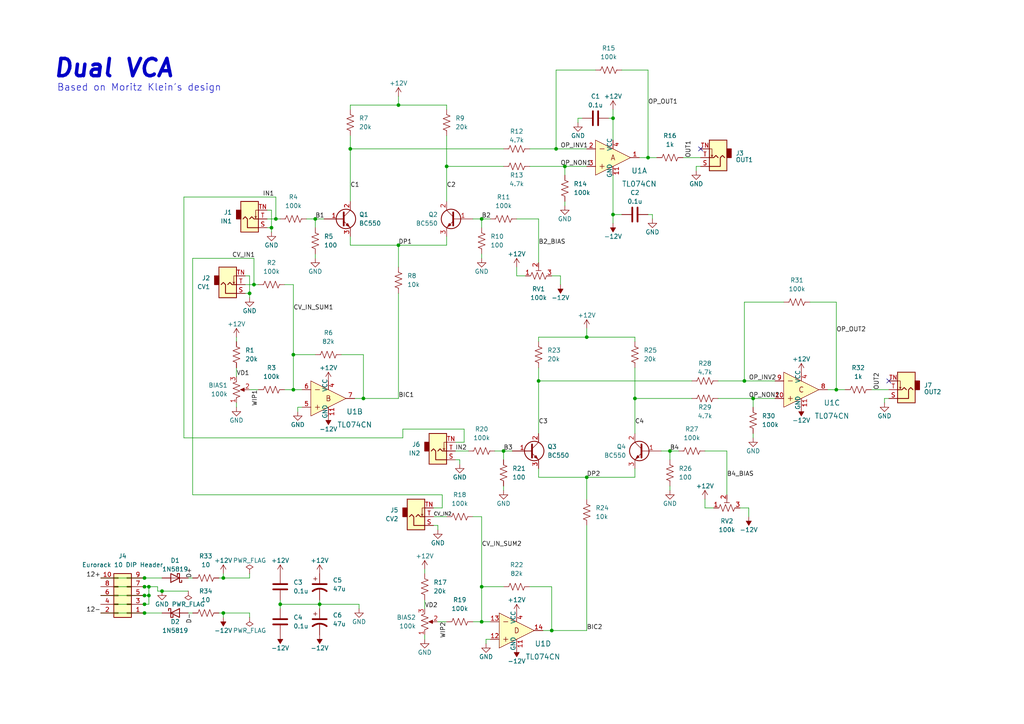
<source format=kicad_sch>
(kicad_sch (version 20230121) (generator eeschema)
  (paper "A4")
  (title_block (title "VCA") (date "2022-10-30") (rev "0.1") (company "Josh Turnipseed"))
  (lib_symbols
    (symbol "Connector:AudioJack2_SwitchT"
      (property "Reference" "J" (at 0 8.89 0))
      (property "Value" "AudioJack2_SwitchT" (at 0 6.35 0))
      (symbol "AudioJack2_SwitchT_0_1"
        (rectangle (start -2.54 0) (end -3.81 -2.54) (stroke (width 0.254)) (fill (type outline)))
        (polyline (pts (xy 1.778 -0.254) (xy 2.032 -0.762)))
        (polyline (pts (xy 0 0) (xy 0.635 -0.635) (xy 1.27 0) (xy 2.54 0)) (stroke (width 0.254)))
        (polyline (pts (xy 2.54 -2.54) (xy 1.778 -2.54) (xy 1.778 -0.254) (xy 1.524 -0.762)))
        (polyline (pts (xy 2.54 2.54) (xy -0.635 2.54) (xy -0.635 0) (xy -1.27 -0.635) (xy -1.905 0)) (stroke (width 0.254)))
        (rectangle (start 2.54 3.81) (end -2.54 -5.08) (stroke (width 0.254)) (fill (type background)))
      )
      (symbol "AudioJack2_SwitchT_1_1"
        (pin passive line (at 5.08 2.54 180) (length 2.54) (name "~") (number "S"))
        (pin passive line (at 5.08 0 180) (length 2.54) (name "~") (number "T"))
        (pin passive line (at 5.08 -2.54 180) (length 2.54) (name "~") (number "TN"))
      )
    )
    (symbol "Connector_Generic:Conn_02x05_Odd_Even" (pin_names (offset 1.016) hide)
      (property "Reference" "J" (at 1.27 7.62 0))
      (property "Value" "Conn_02x05_Odd_Even" (at 1.27 -7.62 0))
      (symbol "Conn_02x05_Odd_Even_1_1"
        (rectangle (start -1.27 -4.953) (end 0 -5.207) (stroke (width 0.1524)))
        (rectangle (start -1.27 -2.413) (end 0 -2.667) (stroke (width 0.1524)))
        (rectangle (start -1.27 0.127) (end 0 -0.127) (stroke (width 0.1524)))
        (rectangle (start -1.27 2.667) (end 0 2.413) (stroke (width 0.1524)))
        (rectangle (start -1.27 5.207) (end 0 4.953) (stroke (width 0.1524)))
        (rectangle (start -1.27 6.35) (end 3.81 -6.35) (stroke (width 0.254)) (fill (type background)))
        (rectangle (start 3.81 -4.953) (end 2.54 -5.207) (stroke (width 0.1524)))
        (rectangle (start 3.81 -2.413) (end 2.54 -2.667) (stroke (width 0.1524)))
        (rectangle (start 3.81 0.127) (end 2.54 -0.127) (stroke (width 0.1524)))
        (rectangle (start 3.81 2.667) (end 2.54 2.413) (stroke (width 0.1524)))
        (rectangle (start 3.81 5.207) (end 2.54 4.953) (stroke (width 0.1524)))
        (pin passive line (at -5.08 5.08 0) (length 3.81) (name "Pin_1") (number "1"))
        (pin passive line (at 7.62 -5.08 180) (length 3.81) (name "Pin_10") (number "10"))
        (pin passive line (at 7.62 5.08 180) (length 3.81) (name "Pin_2") (number "2"))
        (pin passive line (at -5.08 2.54 0) (length 3.81) (name "Pin_3") (number "3"))
        (pin passive line (at 7.62 2.54 180) (length 3.81) (name "Pin_4") (number "4"))
        (pin passive line (at -5.08 0 0) (length 3.81) (name "Pin_5") (number "5"))
        (pin passive line (at 7.62 0 180) (length 3.81) (name "Pin_6") (number "6"))
        (pin passive line (at -5.08 -2.54 0) (length 3.81) (name "Pin_7") (number "7"))
        (pin passive line (at 7.62 -2.54 180) (length 3.81) (name "Pin_8") (number "8"))
        (pin passive line (at -5.08 -5.08 0) (length 3.81) (name "Pin_9") (number "9"))
      )
    )
    (symbol "Device:C" (pin_numbers hide) (pin_names (offset 0.254))
      (property "Reference" "C" (at 0.635 2.54 0))
      (property "Value" "C" (at 0.635 -2.54 0))
      (symbol "C_0_1"
        (polyline (pts (xy -2.032 -0.762) (xy 2.032 -0.762)) (stroke (width 0.508)))
        (polyline (pts (xy -2.032 0.762) (xy 2.032 0.762)) (stroke (width 0.508)))
      )
      (symbol "C_1_1"
        (pin passive line (at 0 3.81 270) (length 2.794) (name "~") (number "1"))
        (pin passive line (at 0 -3.81 90) (length 2.794) (name "~") (number "2"))
      )
    )
    (symbol "Device:C_Polarized_US" (pin_numbers hide) (pin_names (offset 0.254) hide)
      (property "Reference" "C" (at 0.635 2.54 0))
      (property "Value" "C_Polarized_US" (at 0.635 -2.54 0))
      (symbol "C_Polarized_US_0_1"
        (polyline (pts (xy -2.032 0.762) (xy 2.032 0.762)) (stroke (width 0.508)))
        (polyline (pts (xy -1.778 2.286) (xy -0.762 2.286)))
        (polyline (pts (xy -1.27 1.778) (xy -1.27 2.794)))
        (arc (start 2.032 -1.27) (mid 0 -0.5572) (end -2.032 -1.27) (stroke (width 0.508)))
      )
      (symbol "C_Polarized_US_1_1"
        (pin passive line (at 0 3.81 270) (length 2.794) (name "~") (number "1"))
        (pin passive line (at 0 -3.81 90) (length 3.302) (name "~") (number "2"))
      )
    )
    (symbol "Device:Q_NPN_BCE" (pin_names (offset 0) hide)
      (property "Reference" "Q" (at 5.08 1.27 0))
      (property "Value" "Q_NPN_BCE" (at 5.08 -1.27 0))
      (symbol "Q_NPN_BCE_0_1"
        (polyline (pts (xy 0.635 0.635) (xy 2.54 2.54)))
        (polyline (pts (xy 0.635 -0.635) (xy 2.54 -2.54) (xy 2.54 -2.54)))
        (polyline (pts (xy 0.635 1.905) (xy 0.635 -1.905) (xy 0.635 -1.905)) (stroke (width 0.508)))
        (polyline (pts (xy 1.27 -1.778) (xy 1.778 -1.27) (xy 2.286 -2.286) (xy 1.27 -1.778) (xy 1.27 -1.778)) (fill (type outline)))
        (circle (center 1.27 0) (radius 2.8194) (stroke (width 0.254)))
      )
      (symbol "Q_NPN_BCE_1_1"
        (pin input line (at -5.08 0 0) (length 5.715) (name "B") (number "1"))
        (pin passive line (at 2.54 5.08 270) (length 2.54) (name "C") (number "2"))
        (pin passive line (at 2.54 -5.08 90) (length 2.54) (name "E") (number "3"))
      )
    )
    (symbol "Device:R_Potentiometer_Trim_US" (pin_names (offset 1.016) hide)
      (property "Reference" "RV" (at -4.445 0 90))
      (property "Value" "R_Potentiometer_Trim_US" (at -2.54 0 90))
      (symbol "R_Potentiometer_Trim_US_0_1"
        (polyline (pts (xy 0 -2.286) (xy 0 -2.54)))
        (polyline (pts (xy 0 2.286) (xy 0 2.54)))
        (polyline (pts (xy 1.524 0.762) (xy 1.524 -0.762)))
        (polyline (pts (xy 2.54 0) (xy 1.524 0)))
        (polyline (pts (xy 0 -0.762) (xy 1.016 -1.143) (xy 0 -1.524) (xy -1.016 -1.905) (xy 0 -2.286)))
        (polyline (pts (xy 0 0.762) (xy 1.016 0.381) (xy 0 0) (xy -1.016 -0.381) (xy 0 -0.762)))
        (polyline (pts (xy 0 2.286) (xy 1.016 1.905) (xy 0 1.524) (xy -1.016 1.143) (xy 0 0.762)))
      )
      (symbol "R_Potentiometer_Trim_US_1_1"
        (pin passive line (at 0 3.81 270) (length 1.27) (name "1") (number "1"))
        (pin passive line (at 3.81 0 180) (length 1.27) (name "2") (number "2"))
        (pin passive line (at 0 -3.81 90) (length 1.27) (name "3") (number "3"))
      )
    )
    (symbol "Device:R_Potentiometer_US" (pin_names (offset 1.016) hide)
      (property "Reference" "RV" (at -4.445 0 90))
      (property "Value" "R_Potentiometer_US" (at -2.54 0 90))
      (symbol "R_Potentiometer_US_0_1"
        (polyline (pts (xy 0 -2.286) (xy 0 -2.54)))
        (polyline (pts (xy 0 2.54) (xy 0 2.286)))
        (polyline (pts (xy 2.54 0) (xy 1.524 0)))
        (polyline (pts (xy 1.143 0) (xy 2.286 0.508) (xy 2.286 -0.508) (xy 1.143 0)) (fill (type outline)))
        (polyline (pts (xy 0 -0.762) (xy 1.016 -1.143) (xy 0 -1.524) (xy -1.016 -1.905) (xy 0 -2.286)))
        (polyline (pts (xy 0 0.762) (xy 1.016 0.381) (xy 0 0) (xy -1.016 -0.381) (xy 0 -0.762)))
        (polyline (pts (xy 0 2.286) (xy 1.016 1.905) (xy 0 1.524) (xy -1.016 1.143) (xy 0 0.762)))
      )
      (symbol "R_Potentiometer_US_1_1"
        (pin passive line (at 0 3.81 270) (length 1.27) (name "1") (number "1"))
        (pin passive line (at 3.81 0 180) (length 1.27) (name "2") (number "2"))
        (pin passive line (at 0 -3.81 90) (length 1.27) (name "3") (number "3"))
      )
    )
    (symbol "Device:R_US" (pin_numbers hide) (pin_names (offset 0))
      (property "Reference" "R" (at 2.54 0 90))
      (property "Value" "R_US" (at -2.54 0 90))
      (symbol "R_US_0_1"
        (polyline (pts (xy 0 -2.286) (xy 0 -2.54)))
        (polyline (pts (xy 0 2.286) (xy 0 2.54)))
        (polyline (pts (xy 0 -0.762) (xy 1.016 -1.143) (xy 0 -1.524) (xy -1.016 -1.905) (xy 0 -2.286)))
        (polyline (pts (xy 0 0.762) (xy 1.016 0.381) (xy 0 0) (xy -1.016 -0.381) (xy 0 -0.762)))
        (polyline (pts (xy 0 2.286) (xy 1.016 1.905) (xy 0 1.524) (xy -1.016 1.143) (xy 0 0.762)))
      )
      (symbol "R_US_1_1"
        (pin passive line (at 0 3.81 270) (length 1.27) (name "~") (number "1"))
        (pin passive line (at 0 -3.81 90) (length 1.27) (name "~") (number "2"))
      )
    )
    (symbol "Diode:1N5819" (pin_numbers hide) (pin_names (offset 1.016) hide)
      (property "Reference" "D" (at 0 2.54 0))
      (property "Value" "1N5819" (at 0 -2.54 0))
      (symbol "1N5819_0_1"
        (polyline (pts (xy 1.27 0) (xy -1.27 0)))
        (polyline (pts (xy 1.27 1.27) (xy 1.27 -1.27) (xy -1.27 0) (xy 1.27 1.27)) (stroke (width 0.254)))
        (polyline (pts (xy -1.905 0.635) (xy -1.905 1.27) (xy -1.27 1.27) (xy -1.27 -1.27) (xy -0.635 -1.27) (xy -0.635 -0.635)) (stroke (width 0.254)))
      )
      (symbol "1N5819_1_1"
        (pin passive line (at -3.81 0 0) (length 2.54) (name "K") (number "1"))
        (pin passive line (at 3.81 0 180) (length 2.54) (name "A") (number "2"))
      )
    )
    (symbol "dk_Linear-Amplifiers-Instrumentation-OP-Amps-Buffer-Amps:LM324N" (pin_names (offset 0))
      (property "Reference" "U" (at -7.62 7.62 0))
      (property "Value" "LM324N" (at 2.54 -5.08 0))
      (symbol "LM324N_0_0"
        (polyline (pts (xy -3.81 -2.54) (xy -2.54 -2.54)))
        (polyline (pts (xy -3.81 2.54) (xy -2.54 2.54)))
        (polyline (pts (xy -3.175 -1.905) (xy -3.175 -3.175)))
        (polyline (pts (xy -5.08 5.08) (xy -5.08 -5.08) (xy 5.08 0) (xy -5.08 5.08)) (fill (type background)))
      )
      (symbol "LM324N_1_0"
        (text "A" (at 0 0 0) (effects (font (size 1.524 1.524))))
      )
      (symbol "LM324N_1_1"
        (pin output line (at 7.62 0 180) (length 2.54) (name "~") (number "1"))
        (pin power_in line (at 0 -5.08 90) (length 2.54) (name "GND") (number "11"))
        (pin input line (at -7.62 2.54 0) (length 2.54) (name "~") (number "2"))
        (pin input line (at -7.62 -2.54 0) (length 2.54) (name "~") (number "3"))
        (pin power_in line (at 0 5.08 270) (length 2.54) (name "VCC") (number "4"))
      )
      (symbol "LM324N_2_0"
        (text "B" (at 0 0 0) (effects (font (size 1.524 1.524))))
      )
      (symbol "LM324N_2_1"
        (pin power_in line (at 0 -5.08 90) (length 2.54) (name "GND") (number "11"))
        (pin power_in line (at 0 5.08 270) (length 2.54) (name "VCC") (number "4"))
        (pin input line (at -7.62 -2.54 0) (length 2.54) (name "~") (number "5"))
        (pin input line (at -7.62 2.54 0) (length 2.54) (name "~") (number "6"))
        (pin output line (at 7.62 0 180) (length 2.54) (name "~") (number "7"))
      )
      (symbol "LM324N_3_0"
        (text "C" (at 0 0 0) (effects (font (size 1.524 1.524))))
      )
      (symbol "LM324N_3_1"
        (pin input line (at -7.62 -2.54 0) (length 2.54) (name "~") (number "10"))
        (pin power_in line (at 0 -5.08 90) (length 2.54) (name "GND") (number "11"))
        (pin power_in line (at 0 5.08 270) (length 2.54) (name "VCC") (number "4"))
        (pin output line (at 7.62 0 180) (length 2.54) (name "~") (number "8"))
        (pin input line (at -7.62 2.54 0) (length 2.54) (name "~") (number "9"))
      )
      (symbol "LM324N_4_0"
        (text "D" (at 0 0 0) (effects (font (size 1.524 1.524))))
      )
      (symbol "LM324N_4_1"
        (pin power_in line (at 0 -5.08 90) (length 2.54) (name "GND") (number "11"))
        (pin input line (at -7.62 -2.54 0) (length 2.54) (name "~") (number "12"))
        (pin input line (at -7.62 2.54 0) (length 2.54) (name "~") (number "13"))
        (pin output line (at 7.62 0 180) (length 2.54) (name "~") (number "14"))
        (pin power_in line (at 0 5.08 270) (length 2.54) (name "VCC") (number "4"))
      )
    )
    (symbol "power:+12V" (power) (pin_names (offset 0))
      (property "Value" "+12V" (at 0 3.556 0))
      (symbol "+12V_0_1"
        (polyline (pts (xy -0.762 1.27) (xy 0 2.54)))
        (polyline (pts (xy 0 0) (xy 0 2.54)))
        (polyline (pts (xy 0 2.54) (xy 0.762 1.27)))
      )
      (symbol "+12V_1_1"
        (pin power_in line (at 0 0 90) (length 0) hide (name "+12V") (number "1"))
      )
    )
    (symbol "power:-12V" (power) (pin_names (offset 0))
      (property "Value" "-12V" (at 0 3.81 0))
      (symbol "-12V_0_0"
        (pin power_in line (at 0 0 90) (length 0) hide (name "-12V") (number "1"))
      )
      (symbol "-12V_0_1"
        (polyline (pts (xy 0 0) (xy 0 1.27) (xy 0.762 1.27) (xy 0 2.54) (xy -0.762 1.27) (xy 0 1.27)) (fill (type outline)))
      )
    )
    (symbol "power:GND" (power) (pin_names (offset 0))
      (property "Value" "GND" (at 0 -3.81 0))
      (symbol "GND_0_1"
        (polyline (pts (xy 0 0) (xy 0 -1.27) (xy 1.27 -1.27) (xy 0 -2.54) (xy -1.27 -1.27) (xy 0 -1.27)))
      )
      (symbol "GND_1_1"
        (pin power_in line (at 0 0 270) (length 0) hide (name "GND") (number "1"))
      )
    )
    (symbol "power:PWR_FLAG" (power) (pin_numbers hide) (pin_names (offset 0) hide)
      (property "Value" "PWR_FLAG" (at 0 3.81 0))
      (symbol "PWR_FLAG_0_0"
        (pin power_out line (at 0 0 90) (length 0) (name "pwr") (number "1"))
      )
      (symbol "PWR_FLAG_0_1"
        (polyline (pts (xy 0 0) (xy 0 1.27) (xy -1.016 1.905) (xy 0 2.54) (xy 1.016 1.905) (xy 0 1.27)))
      )
    )
  )
  (junction (at 41.91 167.64))
  (junction (at 215.9 110.49))
  (junction (at 41.91 172.72))
  (junction (at 46.99 171.45))
  (junction (at 43.18 170.18))
  (junction (at 72.39 85.09))
  (junction (at 170.18 97.79))
  (junction (at 105.41 115.57))
  (junction (at 242.57 113.03))
  (junction (at 160.02 182.88))
  (junction (at 41.91 170.18))
  (junction (at 177.8 34.29))
  (junction (at 64.77 167.64))
  (junction (at 85.09 113.03))
  (junction (at 163.83 48.26))
  (junction (at 187.96 45.72))
  (junction (at 194.31 130.81))
  (junction (at 41.91 175.26))
  (junction (at 64.77 177.8))
  (junction (at 170.18 138.43))
  (junction (at 43.18 172.72))
  (junction (at 81.28 175.26))
  (junction (at 139.7 180.34))
  (junction (at 73.66 82.55))
  (junction (at 80.01 63.5))
  (junction (at 101.6 43.18))
  (junction (at 115.57 71.12))
  (junction (at 156.21 110.49))
  (junction (at 91.44 63.5))
  (junction (at 92.71 175.26))
  (junction (at 41.91 177.8))
  (junction (at 129.54 48.26))
  (junction (at 115.57 30.48))
  (junction (at 146.05 130.81))
  (junction (at 139.7 170.18))
  (junction (at 139.7 63.5))
  (junction (at 85.09 102.87))
  (junction (at 184.15 115.57))
  (junction (at 161.29 43.18))
  (junction (at 177.8 62.23))
  (junction (at 218.44 115.57))
  (junction (at 78.74 66.04))
  (no_connect (at 203.2 43.18))
  (no_connect (at 257.81 110.49))
  (wire (pts (xy 214.63 147.32) (xy 217.17 147.32)))
  (wire (pts (xy 139.7 63.5) (xy 139.7 66.04)))
  (wire (pts (xy 104.14 175.26) (xy 92.71 175.26)))
  (wire (pts (xy 140.97 185.42) (xy 140.97 186.69)))
  (wire (pts (xy 85.09 113.03) (xy 87.63 113.03)))
  (wire (pts (xy 146.05 130.81) (xy 146.05 133.35)))
  (wire (pts (xy 142.24 185.42) (xy 140.97 185.42)))
  (wire (pts (xy 156.21 110.49) (xy 156.21 125.73)))
  (wire (pts (xy 218.44 115.57) (xy 224.79 115.57)))
  (wire (pts (xy 134.62 124.46) (xy 134.62 128.27)))
  (wire (pts (xy 242.57 113.03) (xy 245.11 113.03)))
  (wire (pts (xy 170.18 95.25) (xy 170.18 97.79)))
  (wire (pts (xy 86.36 118.11) (xy 86.36 119.38)))
  (wire (pts (xy 105.41 102.87) (xy 105.41 115.57)))
  (wire (pts (xy 185.42 45.72) (xy 187.96 45.72)))
  (wire (pts (xy 71.12 80.01) (xy 72.39 80.01)))
  (wire (pts (xy 54.61 177.8) (xy 55.88 177.8)))
  (wire (pts (xy 194.31 130.81) (xy 196.85 130.81)))
  (wire (pts (xy 29.21 175.26) (xy 41.91 175.26)))
  (wire (pts (xy 156.21 138.43) (xy 170.18 138.43)))
  (wire (pts (xy 156.21 99.06) (xy 156.21 97.79)))
  (wire (pts (xy 64.77 177.8) (xy 72.39 177.8)))
  (wire (pts (xy 80.01 57.15) (xy 53.34 57.15)))
  (wire (pts (xy 123.19 173.99) (xy 123.19 176.53)))
  (wire (pts (xy 146.05 130.81) (xy 148.59 130.81)))
  (wire (pts (xy 163.83 48.26) (xy 163.83 50.8)))
  (wire (pts (xy 201.93 48.26) (xy 201.93 49.53)))
  (wire (pts (xy 184.15 135.89) (xy 184.15 138.43)))
  (wire (pts (xy 184.15 115.57) (xy 200.66 115.57)))
  (wire (pts (xy 177.8 62.23) (xy 180.34 62.23)))
  (wire (pts (xy 156.21 110.49) (xy 200.66 110.49)))
  (wire (pts (xy 125.73 152.4) (xy 127 152.4)))
  (wire (pts (xy 101.6 43.18) (xy 101.6 58.42)))
  (wire (pts (xy 68.58 106.68) (xy 68.58 109.22)))
  (wire (pts (xy 105.41 115.57) (xy 102.87 115.57)))
  (wire (pts (xy 227.33 87.63) (xy 215.9 87.63)))
  (wire (pts (xy 215.9 87.63) (xy 215.9 110.49)))
  (wire (pts (xy 115.57 27.94) (xy 115.57 30.48)))
  (wire (pts (xy 156.21 135.89) (xy 156.21 138.43)))
  (wire (pts (xy 29.21 170.18) (xy 41.91 170.18)))
  (wire (pts (xy 162.56 80.01) (xy 162.56 82.55)))
  (wire (pts (xy 29.21 172.72) (xy 41.91 172.72)))
  (wire (pts (xy 73.66 82.55) (xy 74.93 82.55)))
  (wire (pts (xy 160.02 80.01) (xy 162.56 80.01)))
  (wire (pts (xy 41.91 167.64) (xy 46.99 167.64)))
  (wire (pts (xy 234.95 87.63) (xy 242.57 87.63)))
  (wire (pts (xy 101.6 39.37) (xy 101.6 43.18)))
  (wire (pts (xy 184.15 97.79) (xy 184.15 99.06)))
  (wire (pts (xy 129.54 39.37) (xy 129.54 48.26)))
  (wire (pts (xy 46.99 171.45) (xy 54.61 171.45)))
  (wire (pts (xy 87.63 118.11) (xy 86.36 118.11)))
  (wire (pts (xy 143.51 130.81) (xy 146.05 130.81)))
  (wire (pts (xy 64.77 167.64) (xy 72.39 167.64)))
  (wire (pts (xy 156.21 106.68) (xy 156.21 110.49)))
  (wire (pts (xy 215.9 110.49) (xy 224.79 110.49)))
  (wire (pts (xy 149.86 77.47) (xy 149.86 80.01)))
  (wire (pts (xy 41.91 175.26) (xy 43.18 175.26)))
  (wire (pts (xy 139.7 170.18) (xy 139.7 180.34)))
  (wire (pts (xy 115.57 85.09) (xy 115.57 115.57)))
  (wire (pts (xy 153.67 170.18) (xy 160.02 170.18)))
  (wire (pts (xy 161.29 43.18) (xy 170.18 43.18)))
  (wire (pts (xy 91.44 102.87) (xy 85.09 102.87)))
  (wire (pts (xy 156.21 97.79) (xy 170.18 97.79)))
  (wire (pts (xy 91.44 63.5) (xy 91.44 66.04)))
  (wire (pts (xy 68.58 97.79) (xy 68.58 99.06)))
  (wire (pts (xy 152.4 80.01) (xy 149.86 80.01)))
  (wire (pts (xy 184.15 115.57) (xy 184.15 125.73)))
  (wire (pts (xy 167.64 34.29) (xy 167.64 35.56)))
  (wire (pts (xy 101.6 71.12) (xy 115.57 71.12)))
  (wire (pts (xy 170.18 97.79) (xy 184.15 97.79)))
  (wire (pts (xy 81.28 173.99) (xy 81.28 175.26)))
  (wire (pts (xy 137.16 149.86) (xy 139.7 149.86)))
  (wire (pts (xy 132.08 128.27) (xy 134.62 128.27)))
  (wire (pts (xy 101.6 68.58) (xy 101.6 71.12)))
  (wire (pts (xy 204.47 144.78) (xy 204.47 147.32)))
  (wire (pts (xy 78.74 66.04) (xy 78.74 67.31)))
  (wire (pts (xy 77.47 63.5) (xy 80.01 63.5)))
  (wire (pts (xy 133.35 133.35) (xy 133.35 134.62)))
  (wire (pts (xy 88.9 63.5) (xy 91.44 63.5)))
  (wire (pts (xy 77.47 66.04) (xy 78.74 66.04)))
  (wire (pts (xy 163.83 48.26) (xy 170.18 48.26)))
  (wire (pts (xy 208.28 110.49) (xy 215.9 110.49)))
  (wire (pts (xy 132.08 130.81) (xy 135.89 130.81)))
  (wire (pts (xy 160.02 182.88) (xy 157.48 182.88)))
  (wire (pts (xy 99.06 102.87) (xy 105.41 102.87)))
  (wire (pts (xy 54.61 167.64) (xy 55.88 167.64)))
  (wire (pts (xy 92.71 173.99) (xy 92.71 175.26)))
  (wire (pts (xy 80.01 63.5) (xy 81.28 63.5)))
  (wire (pts (xy 139.7 149.86) (xy 139.7 170.18)))
  (wire (pts (xy 129.54 48.26) (xy 129.54 58.42)))
  (wire (pts (xy 78.74 60.96) (xy 78.74 66.04)))
  (wire (pts (xy 208.28 115.57) (xy 218.44 115.57)))
  (wire (pts (xy 139.7 63.5) (xy 142.24 63.5)))
  (wire (pts (xy 91.44 73.66) (xy 91.44 74.93)))
  (wire (pts (xy 187.96 62.23) (xy 189.23 62.23)))
  (wire (pts (xy 207.01 147.32) (xy 204.47 147.32)))
  (wire (pts (xy 77.47 60.96) (xy 78.74 60.96)))
  (wire (pts (xy 170.18 152.4) (xy 170.18 182.88)))
  (wire (pts (xy 177.8 50.8) (xy 177.8 62.23)))
  (wire (pts (xy 198.12 45.72) (xy 203.2 45.72)))
  (wire (pts (xy 115.57 71.12) (xy 115.57 77.47)))
  (wire (pts (xy 160.02 170.18) (xy 160.02 182.88)))
  (wire (pts (xy 153.67 48.26) (xy 163.83 48.26)))
  (wire (pts (xy 115.57 115.57) (xy 105.41 115.57)))
  (wire (pts (xy 194.31 140.97) (xy 194.31 142.24)))
  (wire (pts (xy 127 180.34) (xy 129.54 180.34)))
  (wire (pts (xy 128.27 147.32) (xy 125.73 147.32)))
  (wire (pts (xy 53.34 127) (xy 116.84 127)))
  (wire (pts (xy 128.27 143.51) (xy 128.27 147.32)))
  (wire (pts (xy 137.16 63.5) (xy 139.7 63.5)))
  (wire (pts (xy 176.53 34.29) (xy 177.8 34.29)))
  (wire (pts (xy 218.44 125.73) (xy 218.44 127)))
  (wire (pts (xy 177.8 34.29) (xy 177.8 40.64)))
  (wire (pts (xy 91.44 63.5) (xy 93.98 63.5)))
  (wire (pts (xy 161.29 20.32) (xy 161.29 43.18)))
  (wire (pts (xy 189.23 62.23) (xy 189.23 63.5)))
  (wire (pts (xy 63.5 167.64) (xy 64.77 167.64)))
  (wire (pts (xy 168.91 34.29) (xy 167.64 34.29)))
  (wire (pts (xy 156.21 76.2) (xy 156.21 63.5)))
  (wire (pts (xy 170.18 182.88) (xy 160.02 182.88)))
  (wire (pts (xy 72.39 85.09) (xy 72.39 86.36)))
  (wire (pts (xy 55.88 74.93) (xy 55.88 143.51)))
  (wire (pts (xy 81.28 175.26) (xy 92.71 175.26)))
  (wire (pts (xy 92.71 175.26) (xy 92.71 176.53)))
  (wire (pts (xy 132.08 133.35) (xy 133.35 133.35)))
  (wire (pts (xy 85.09 102.87) (xy 85.09 113.03)))
  (wire (pts (xy 72.39 80.01) (xy 72.39 85.09)))
  (wire (pts (xy 170.18 138.43) (xy 184.15 138.43)))
  (wire (pts (xy 72.39 113.03) (xy 74.93 113.03)))
  (wire (pts (xy 210.82 143.51) (xy 210.82 130.81)))
  (wire (pts (xy 81.28 175.26) (xy 81.28 176.53)))
  (wire (pts (xy 43.18 170.18) (xy 45.72 170.18)))
  (wire (pts (xy 41.91 177.8) (xy 46.99 177.8)))
  (wire (pts (xy 129.54 68.58) (xy 129.54 71.12)))
  (wire (pts (xy 41.91 172.72) (xy 43.18 172.72)))
  (wire (pts (xy 139.7 180.34) (xy 142.24 180.34)))
  (wire (pts (xy 45.72 171.45) (xy 46.99 171.45)))
  (wire (pts (xy 101.6 31.75) (xy 101.6 30.48)))
  (wire (pts (xy 73.66 74.93) (xy 55.88 74.93)))
  (wire (pts (xy 177.8 62.23) (xy 177.8 64.77)))
  (wire (pts (xy 256.54 115.57) (xy 256.54 116.84)))
  (wire (pts (xy 172.72 20.32) (xy 161.29 20.32)))
  (wire (pts (xy 29.21 167.64) (xy 41.91 167.64)))
  (wire (pts (xy 123.19 184.15) (xy 123.19 185.42)))
  (wire (pts (xy 170.18 138.43) (xy 170.18 144.78)))
  (wire (pts (xy 242.57 87.63) (xy 242.57 113.03)))
  (wire (pts (xy 115.57 30.48) (xy 129.54 30.48)))
  (wire (pts (xy 45.72 170.18) (xy 45.72 171.45)))
  (wire (pts (xy 64.77 166.37) (xy 64.77 167.64)))
  (wire (pts (xy 146.05 140.97) (xy 146.05 142.24)))
  (wire (pts (xy 240.03 113.03) (xy 242.57 113.03)))
  (wire (pts (xy 257.81 115.57) (xy 256.54 115.57)))
  (wire (pts (xy 53.34 57.15) (xy 53.34 127)))
  (wire (pts (xy 115.57 71.12) (xy 129.54 71.12)))
  (wire (pts (xy 127 152.4) (xy 127 153.67)))
  (wire (pts (xy 29.21 177.8) (xy 41.91 177.8)))
  (wire (pts (xy 64.77 177.8) (xy 64.77 179.07)))
  (wire (pts (xy 43.18 175.26) (xy 43.18 172.72)))
  (wire (pts (xy 72.39 166.37) (xy 72.39 167.64)))
  (wire (pts (xy 101.6 30.48) (xy 115.57 30.48)))
  (wire (pts (xy 55.88 143.51) (xy 128.27 143.51)))
  (wire (pts (xy 72.39 177.8) (xy 72.39 179.07)))
  (wire (pts (xy 156.21 63.5) (xy 149.86 63.5)))
  (wire (pts (xy 177.8 31.75) (xy 177.8 34.29)))
  (wire (pts (xy 210.82 130.81) (xy 204.47 130.81)))
  (wire (pts (xy 139.7 73.66) (xy 139.7 74.93)))
  (wire (pts (xy 71.12 85.09) (xy 72.39 85.09)))
  (wire (pts (xy 41.91 170.18) (xy 43.18 170.18)))
  (wire (pts (xy 194.31 130.81) (xy 194.31 133.35)))
  (wire (pts (xy 71.12 82.55) (xy 73.66 82.55)))
  (wire (pts (xy 43.18 172.72) (xy 43.18 170.18)))
  (wire (pts (xy 101.6 43.18) (xy 146.05 43.18)))
  (wire (pts (xy 203.2 48.26) (xy 201.93 48.26)))
  (wire (pts (xy 125.73 149.86) (xy 129.54 149.86)))
  (wire (pts (xy 82.55 113.03) (xy 85.09 113.03)))
  (wire (pts (xy 217.17 147.32) (xy 217.17 149.86)))
  (wire (pts (xy 187.96 20.32) (xy 187.96 45.72)))
  (wire (pts (xy 252.73 113.03) (xy 257.81 113.03)))
  (wire (pts (xy 63.5 177.8) (xy 64.77 177.8)))
  (wire (pts (xy 73.66 82.55) (xy 73.66 74.93)))
  (wire (pts (xy 82.55 82.55) (xy 85.09 82.55)))
  (wire (pts (xy 129.54 48.26) (xy 146.05 48.26)))
  (wire (pts (xy 80.01 63.5) (xy 80.01 57.15)))
  (wire (pts (xy 146.05 170.18) (xy 139.7 170.18)))
  (wire (pts (xy 153.67 43.18) (xy 161.29 43.18)))
  (wire (pts (xy 184.15 106.68) (xy 184.15 115.57)))
  (wire (pts (xy 180.34 20.32) (xy 187.96 20.32)))
  (wire (pts (xy 129.54 30.48) (xy 129.54 31.75)))
  (wire (pts (xy 163.83 58.42) (xy 163.83 59.69)))
  (wire (pts (xy 137.16 180.34) (xy 139.7 180.34)))
  (wire (pts (xy 116.84 124.46) (xy 134.62 124.46)))
  (wire (pts (xy 116.84 127) (xy 116.84 124.46)))
  (wire (pts (xy 85.09 82.55) (xy 85.09 102.87)))
  (wire (pts (xy 218.44 115.57) (xy 218.44 118.11)))
  (wire (pts (xy 123.19 165.1) (xy 123.19 166.37)))
  (wire (pts (xy 191.77 130.81) (xy 194.31 130.81)))
  (wire (pts (xy 187.96 45.72) (xy 190.5 45.72)))
  (wire (pts (xy 104.14 176.53) (xy 104.14 175.26)))
  (wire (pts (xy 68.58 116.84) (xy 68.58 118.11)))
  (text "Based on Moritz Klein's design\n" (at 16.51 26.67 0) (effects (font (size 2 2)) (justify left bottom)))
  (text "Dual VCA" (at 15.24 22.86 0) (effects (font (size 5 5) (thickness 1) bold italic) (justify left bottom)))
  (label "BIC1" (at 115.57 115.57 0))
  (label "C2" (at 129.54 54.61 0))
  (label "DP2" (at 170.18 138.43 0))
  (label "B2_BIAS" (at 156.21 71.12 0))
  (label "CV_IN1" (at 67.31 74.93 0))
  (label "CV_IN_SUM2" (at 139.7 158.75 0))
  (label "OP_INV1" (at 162.56 43.18 0))
  (label "DP1" (at 115.57 71.12 0))
  (label "OUT2" (at 255.27 113.03 90))
  (label "C1" (at 101.6 54.61 0))
  (label "VD1" (at 68.58 109.22 0))
  (label "OP_INV2" (at 217.17 110.49 0))
  (label "OP_OUT1" (at 187.96 30.48 0))
  (label "B4_BIAS" (at 210.82 138.43 0))
  (label "WIP1" (at 74.93 113.03 270))
  (label "B4" (at 194.31 130.81 0))
  (label "BIC2" (at 170.18 182.88 0))
  (label "B3" (at 146.05 130.81 0))
  (label "C3" (at 156.21 123.19 0))
  (label "D-" (at 55.88 177.8 270))
  (label "B1" (at 91.44 63.5 0))
  (label "D+" (at 55.88 167.64 90))
  (label "12-" (at 29.21 177.8 180))
  (label "B2" (at 139.7 63.5 0))
  (label "OP_OUT2" (at 242.57 96.52 0))
  (label "12+" (at 29.21 167.64 180))
  (label "OUT1" (at 200.66 45.72 90))
  (label "OP_NON2" (at 217.17 115.57 0))
  (label "OP_NON1" (at 162.56 48.26 0))
  (label "CV_IN_SUM1" (at 85.09 90.17 0))
  (label "IN1" (at 76.2 57.15 0))
  (label "C4" (at 184.15 123.19 0))
  (label "WIP2" (at 129.54 180.34 270))
  (label "IN2" (at 132.08 130.81 0))
  (label "VD2" (at 123.19 176.53 0))
  (label "CV_IN2" (at 125.73 149.86 0) (effects (font (size 1 1))))
  (symbol (lib_id "power:GND") (at 133.35 134.62 0) (unit 1)
    (property "Reference" "#PWR024" (effects hide))
    (property "Value" "GND" (at 133.35 138.43 0))
  )
  (symbol (lib_id "Device:R_US") (at 204.47 115.57 90) (unit 1)
    (property "Reference" "R29" (at 204.47 118.11 90))
    (property "Value" "4.7k" (at 204.47 120.65 90))
    (property "Footprint" "Resistor_THT:R_Axial_DIN0207_L6.3mm_D2.5mm_P2.54mm_Vertical" (effects hide))
  )
  (symbol (lib_id "Device:R_US") (at 231.14 87.63 90) (unit 1)
    (property "Reference" "R31" (at 231.14 81.28 90))
    (property "Value" "100k" (at 231.14 83.82 90))
    (property "Footprint" "Resistor_THT:R_Axial_DIN0207_L6.3mm_D2.5mm_P2.54mm_Vertical" (effects hide))
  )
  (symbol (lib_id "power:-12V") (at 64.77 179.07 180) (unit 1)
    (property "Reference" "#PWR03" (effects hide))
    (property "Value" "-12V" (at 64.77 182.88 0))
  )
  (symbol (lib_id "power:PWR_FLAG") (at 54.61 171.45 180) (unit 1)
    (property "Reference" "#FLG01" (effects hide))
    (property "Value" "PWR_FLAG" (at 54.61 175.26 0))
  )
  (symbol (lib_id "power:GND") (at 256.54 116.84 0) (unit 1)
    (property "Reference" "#PWR039" (effects hide))
    (property "Value" "GND" (at 256.54 120.65 0))
  )
  (symbol (lib_id "Device:R_US") (at 101.6 35.56 0) (unit 1)
    (property "Reference" "R7" (at 104.14 34.2899 0) (effects (justify left)))
    (property "Value" "20k" (at 104.14 36.8299 0) (effects (justify left)))
    (property "Footprint" "Resistor_THT:R_Axial_DIN0207_L6.3mm_D2.5mm_P2.54mm_Vertical" (effects hide))
  )
  (symbol (lib_id "Device:R_US") (at 248.92 113.03 90) (unit 1)
    (property "Reference" "R32" (at 248.92 106.68 90))
    (property "Value" "1k" (at 248.92 109.22 90))
    (property "Footprint" "Resistor_THT:R_Axial_DIN0207_L6.3mm_D2.5mm_P2.54mm_Vertical" (effects hide))
  )
  (symbol (lib_id "Device:Q_NPN_BCE") (at 153.67 130.81 0) (unit 1)
    (property "Reference" "Q3" (at 158.75 129.5399 0) (effects (justify left)))
    (property "Value" "BC550" (at 158.75 132.0799 0) (effects (justify left)))
    (property "Footprint" "Package_TO_SOT_THT:TO-92L_Inline_Wide" (effects hide))
  )
  (symbol (lib_id "Device:Q_NPN_BCE") (at 132.08 63.5 0) (mirror y) (unit 1)
    (property "Reference" "Q2" (at 127 62.2299 0) (effects (justify left)))
    (property "Value" "BC550" (at 127 64.7699 0) (effects (justify left)))
    (property "Footprint" "Package_TO_SOT_THT:TO-92L_Inline_Wide" (effects hide))
  )
  (symbol (lib_id "dk_Linear-Amplifiers-Instrumentation-OP-Amps-Buffer-Amps:LM324N") (at 177.8 45.72 0) (unit 1)
    (property "Reference" "U1" (at 185.42 49.53 0) (effects (font (size 1.524 1.524))))
    (property "Value" "TL074CN" (at 185.42 53.34 0) (effects (font (size 1.524 1.524))))
    (property "Footprint" "digikey-footprints:DIP-14_W3mm" (effects hide))
    (property "MPN" "TL074CN" (effects hide))
    (property "Category" "Integrated Circuits (ICs)" (effects hide))
    (property "Family" "Linear - Amplifiers - Instrumentation, OP Amps, Buffer Amps" (effects hide))
    (property "DK_Datasheet_Link" "http://www.ti.com/general/docs/suppproductinfo.tsp?distId=10&gotoUrl=http%3A%2F%2Fwww.ti.com%2Flit%2Fgpn%2Flm224" (effects hide))
    (property "DK_Detail_Page" "/product-detail/en/texas-instruments/LM324N/296-1391-5-ND/277627" (effects hide))
    (property "Description" "IC OPAMP GP 4 CIRCUIT 14DIP" (effects hide))
    (property "Manufacturer" "Texas Instruments" (effects hide))
    (property "Status" "Active" (effects hide))
  )
  (symbol (lib_id "Device:R_US") (at 218.44 121.92 180) (unit 1)
    (property "Reference" "R30" (at 220.98 120.6499 0) (effects (justify right)))
    (property "Value" "100k" (at 220.98 123.1899 0) (effects (justify right)))
    (property "Footprint" "Resistor_THT:R_Axial_DIN0207_L6.3mm_D2.5mm_P2.54mm_Vertical" (effects hide))
  )
  (symbol (lib_id "Device:R_US") (at 59.69 167.64 270) (unit 1)
    (property "Reference" "R33" (at 59.69 161.29 90))
    (property "Value" "10" (at 59.69 163.83 90))
    (property "Footprint" "Resistor_THT:R_Axial_DIN0207_L6.3mm_D2.5mm_P7.62mm_Horizontal" (effects hide))
  )
  (symbol (lib_id "Diode:1N5819") (at 50.8 177.8 0) (unit 1)
    (property "Reference" "D2" (at 50.8 180.34 0))
    (property "Value" "1N5819" (at 50.8 182.88 0))
    (property "Footprint" "Diode_THT:D_DO-41_SOD81_P10.16mm_Horizontal" (effects hide))
    (property "Datasheet" "http://www.vishay.com/docs/88525/1n5817.pdf" (effects hide))
  )
  (symbol (lib_id "Diode:1N5819") (at 50.8 167.64 180) (unit 1)
    (property "Reference" "D1" (at 50.8 162.56 0))
    (property "Value" "1N5819" (at 50.8 165.1 0))
    (property "Footprint" "Diode_THT:D_DO-41_SOD81_P10.16mm_Horizontal" (effects hide))
    (property "Datasheet" "http://www.vishay.com/docs/88525/1n5817.pdf" (effects hide))
  )
  (symbol (lib_id "power:+12V") (at 64.77 166.37 0) (unit 1)
    (property "Reference" "#PWR02" (effects hide))
    (property "Value" "+12V" (at 64.77 162.56 0))
  )
  (symbol (lib_id "power:GND") (at 146.05 142.24 0) (unit 1)
    (property "Reference" "#PWR026" (effects hide))
    (property "Value" "GND" (at 146.05 146.05 0))
  )
  (symbol (lib_id "Device:R_US") (at 163.83 54.61 180) (unit 1)
    (property "Reference" "R14" (at 166.37 53.3399 0) (effects (justify right)))
    (property "Value" "100k" (at 166.37 55.8799 0) (effects (justify right)))
    (property "Footprint" "Resistor_THT:R_Axial_DIN0207_L6.3mm_D2.5mm_P2.54mm_Vertical" (effects hide))
  )
  (symbol (lib_id "Connector_Generic:Conn_02x05_Odd_Even") (at 36.83 172.72 180) (unit 1)
    (property "Reference" "J4" (at 35.56 161.29 0))
    (property "Value" "Eurorack 10 DIP Header" (at 35.56 163.83 0))
    (property "Footprint" "Custom_Footprints:Eurorack_10_pin_header" (effects hide))
  )
  (symbol (lib_id "power:GND") (at 139.7 74.93 0) (unit 1)
    (property "Reference" "#PWR013" (effects hide))
    (property "Value" "GND" (at 139.7 78.74 0))
  )
  (symbol (lib_id "power:GND") (at 72.39 86.36 0) (unit 1)
    (property "Reference" "#PWR06" (effects hide))
    (property "Value" "GND" (at 72.39 90.17 0))
  )
  (symbol (lib_id "Device:R_US") (at 149.86 43.18 90) (unit 1)
    (property "Reference" "R12" (at 149.86 38.1 90))
    (property "Value" "4.7k" (at 149.86 40.64 90))
    (property "Footprint" "Resistor_THT:R_Axial_DIN0207_L6.3mm_D2.5mm_P2.54mm_Vertical" (effects hide))
  )
  (symbol (lib_id "Device:R_Potentiometer_US") (at 123.19 180.34 0) (mirror x) (unit 1)
    (property "Reference" "BIAS2" (at 120.65 179.0699 0) (effects (justify right)))
    (property "Value" "100k" (at 120.65 181.6099 0) (effects (justify right)))
    (property "Footprint" "Custom_Footprints:Alpha_9mm_Potentiometer_Aligned" (effects hide))
  )
  (symbol (lib_id "Device:C") (at 184.15 62.23 90) (unit 1)
    (property "Reference" "C2" (at 184.15 55.88 90))
    (property "Value" "0.1u" (at 184.15 58.42 90))
    (property "Footprint" "Capacitor_THT:C_Disc_D4.7mm_W2.5mm_P5.00mm" (effects hide))
  )
  (symbol (lib_id "Device:R_US") (at 129.54 35.56 0) (unit 1)
    (property "Reference" "R9" (at 132.08 34.2899 0) (effects (justify left)))
    (property "Value" "20k" (at 132.08 36.8299 0) (effects (justify left)))
    (property "Footprint" "Resistor_THT:R_Axial_DIN0207_L6.3mm_D2.5mm_P2.54mm_Vertical" (effects hide))
  )
  (symbol (lib_id "Device:C_Polarized_US") (at 92.71 170.18 0) (unit 1)
    (property "Reference" "C5" (at 96.52 168.2749 0) (effects (justify left)))
    (property "Value" "47u" (at 96.52 170.8149 0) (effects (justify left)))
    (property "Footprint" "Capacitor_THT:CP_Radial_D4.0mm_P2.00mm" (effects hide))
  )
  (symbol (lib_id "power:+12V") (at 123.19 165.1 0) (unit 1)
    (property "Reference" "#PWR021" (effects hide))
    (property "Value" "+12V" (at 123.19 161.29 0))
  )
  (symbol (lib_id "power:GND") (at 86.36 119.38 0) (unit 1)
    (property "Reference" "#PWR08" (effects hide))
    (property "Value" "GND" (at 86.36 123.19 0))
  )
  (symbol (lib_id "Device:R_US") (at 139.7 130.81 90) (unit 1)
    (property "Reference" "R20" (at 139.7 124.46 90))
    (property "Value" "100k" (at 139.7 127 90))
    (property "Footprint" "Resistor_THT:R_Axial_DIN0207_L6.3mm_D2.5mm_P2.54mm_Vertical" (effects hide))
  )
  (symbol (lib_id "Device:R_US") (at 133.35 149.86 90) (unit 1)
    (property "Reference" "R18" (at 133.35 143.51 90))
    (property "Value" "100k" (at 133.35 146.05 90))
    (property "Footprint" "Resistor_THT:R_Axial_DIN0207_L6.3mm_D2.5mm_P2.54mm_Vertical" (effects hide))
  )
  (symbol (lib_id "Connector:AudioJack2_SwitchT") (at 208.28 45.72 180) (unit 1)
    (property "Reference" "J3" (at 213.36 44.45 0) (effects (justify right)))
    (property "Value" "OUT1" (at 213.36 46.3549 0) (effects (justify right)))
    (property "Footprint" "Connector_Audio:Jack_3.5mm_QingPu_WQP-PJ398SM_Vertical_CircularHoles" (effects hide))
  )
  (symbol (lib_id "Device:R_US") (at 170.18 148.59 0) (unit 1)
    (property "Reference" "R24" (at 172.72 147.3199 0) (effects (justify left)))
    (property "Value" "10k" (at 172.72 149.8599 0) (effects (justify left)))
    (property "Footprint" "Resistor_THT:R_Axial_DIN0207_L6.3mm_D2.5mm_P2.54mm_Vertical" (effects hide))
  )
  (symbol (lib_id "Device:C_Polarized_US") (at 92.71 180.34 0) (unit 1)
    (property "Reference" "C6" (at 96.52 178.4349 0) (effects (justify left)))
    (property "Value" "47u" (at 96.52 180.9749 0) (effects (justify left)))
    (property "Footprint" "Capacitor_THT:CP_Radial_D4.0mm_P2.00mm" (effects hide))
  )
  (symbol (lib_id "Connector:AudioJack2_SwitchT") (at 262.89 113.03 180) (unit 1)
    (property "Reference" "J7" (at 267.97 111.76 0) (effects (justify right)))
    (property "Value" "OUT2" (at 267.97 113.6649 0) (effects (justify right)))
    (property "Footprint" "Connector_Audio:Jack_3.5mm_QingPu_WQP-PJ398SM_Vertical_CircularHoles" (effects hide))
  )
  (symbol (lib_id "power:GND") (at 201.93 49.53 0) (unit 1)
    (property "Reference" "#PWR020" (effects hide))
    (property "Value" "GND" (at 201.93 53.34 0))
  )
  (symbol (lib_id "power:-12V") (at 217.17 149.86 180) (unit 1)
    (property "Reference" "#PWR033" (effects hide))
    (property "Value" "-12V" (at 217.17 153.67 0))
  )
  (symbol (lib_id "Device:R_US") (at 78.74 113.03 90) (unit 1)
    (property "Reference" "R3" (at 78.74 106.68 90))
    (property "Value" "100k" (at 78.74 109.22 90))
    (property "Footprint" "Resistor_THT:R_Axial_DIN0207_L6.3mm_D2.5mm_P2.54mm_Vertical" (effects hide))
  )
  (symbol (lib_id "power:GND") (at 46.99 171.45 0) (unit 1)
    (property "Reference" "#PWR01" (effects hide))
    (property "Value" "GND" (at 46.99 175.26 0))
  )
  (symbol (lib_id "power:+12V") (at 115.57 27.94 0) (unit 1)
    (property "Reference" "#PWR012" (effects hide))
    (property "Value" "+12V" (at 115.57 24.13 0))
  )
  (symbol (lib_id "power:-12V") (at 95.25 120.65 180) (unit 1)
    (property "Reference" "#PWR011" (effects hide))
    (property "Value" "-12V" (at 95.25 124.46 0))
  )
  (symbol (lib_id "dk_Linear-Amplifiers-Instrumentation-OP-Amps-Buffer-Amps:LM324N") (at 149.86 182.88 0) (unit 4)
    (property "Reference" "U1" (at 157.48 186.69 0) (effects (font (size 1.524 1.524))))
    (property "Value" "TL074CN" (at 157.48 190.5 0) (effects (font (size 1.524 1.524))))
    (property "Footprint" "digikey-footprints:DIP-14_W3mm" (effects hide))
    (property "MPN" "TL074CN" (effects hide))
    (property "Category" "Integrated Circuits (ICs)" (effects hide))
    (property "Family" "Linear - Amplifiers - Instrumentation, OP Amps, Buffer Amps" (effects hide))
    (property "DK_Datasheet_Link" "http://www.ti.com/general/docs/suppproductinfo.tsp?distId=10&gotoUrl=http%3A%2F%2Fwww.ti.com%2Flit%2Fgpn%2Flm224" (effects hide))
    (property "DK_Detail_Page" "/product-detail/en/texas-instruments/LM324N/296-1391-5-ND/277627" (effects hide))
    (property "Description" "IC OPAMP GP 4 CIRCUIT 14DIP" (effects hide))
    (property "Manufacturer" "Texas Instruments" (effects hide))
    (property "Status" "Active" (effects hide))
  )
  (symbol (lib_id "power:PWR_FLAG") (at 72.39 166.37 0) (unit 1)
    (property "Reference" "#FLG02" (effects hide))
    (property "Value" "PWR_FLAG" (at 72.39 162.56 0))
  )
  (symbol (lib_id "power:GND") (at 68.58 118.11 0) (unit 1)
    (property "Reference" "#PWR05" (effects hide))
    (property "Value" "GND" (at 68.58 121.92 0))
  )
  (symbol (lib_id "Device:R_US") (at 139.7 69.85 0) (unit 1)
    (property "Reference" "R10" (at 142.24 68.5799 0) (effects (justify left)))
    (property "Value" "100" (at 142.24 71.1199 0) (effects (justify left)))
    (property "Footprint" "Resistor_THT:R_Axial_DIN0207_L6.3mm_D2.5mm_P2.54mm_Vertical" (effects hide))
  )
  (symbol (lib_id "power:GND") (at 123.19 185.42 0) (unit 1)
    (property "Reference" "#PWR022" (effects hide))
    (property "Value" "GND" (at 123.19 189.23 0))
  )
  (symbol (lib_id "Device:R_US") (at 146.05 137.16 0) (unit 1)
    (property "Reference" "R21" (at 148.59 135.8899 0) (effects (justify left)))
    (property "Value" "100" (at 148.59 138.4299 0) (effects (justify left)))
    (property "Footprint" "Resistor_THT:R_Axial_DIN0207_L6.3mm_D2.5mm_P2.54mm_Vertical" (effects hide))
  )
  (symbol (lib_id "power:+12V") (at 204.47 144.78 0) (unit 1)
    (property "Reference" "#PWR032" (effects hide))
    (property "Value" "+12V" (at 204.47 140.97 0))
  )
  (symbol (lib_id "Device:Q_NPN_BCE") (at 99.06 63.5 0) (unit 1)
    (property "Reference" "Q1" (at 104.14 62.2299 0) (effects (justify left)))
    (property "Value" "BC550" (at 104.14 64.7699 0) (effects (justify left)))
    (property "Footprint" "Package_TO_SOT_THT:TO-92L_Inline_Wide" (effects hide))
  )
  (symbol (lib_id "power:-12V") (at 149.86 187.96 180) (unit 1)
    (property "Reference" "#PWR028" (effects hide))
    (property "Value" "-12V" (at 149.86 191.77 0))
  )
  (symbol (lib_id "power:+12V") (at 232.41 107.95 0) (unit 1)
    (property "Reference" "#PWR0101" (effects hide))
    (property "Value" "+12V" (at 232.41 104.14 0))
  )
  (symbol (lib_id "Device:R_US") (at 156.21 102.87 0) (unit 1)
    (property "Reference" "R23" (at 158.75 101.5999 0) (effects (justify left)))
    (property "Value" "20k" (at 158.75 104.1399 0) (effects (justify left)))
    (property "Footprint" "Resistor_THT:R_Axial_DIN0207_L6.3mm_D2.5mm_P2.54mm_Vertical" (effects hide))
  )
  (symbol (lib_id "power:GND") (at 127 153.67 0) (unit 1)
    (property "Reference" "#PWR023" (effects hide))
    (property "Value" "GND" (at 127 157.48 0))
  )
  (symbol (lib_id "Device:R_US") (at 85.09 63.5 90) (unit 1)
    (property "Reference" "R4" (at 85.09 57.15 90))
    (property "Value" "100k" (at 85.09 59.69 90))
    (property "Footprint" "Resistor_THT:R_Axial_DIN0207_L6.3mm_D2.5mm_P2.54mm_Vertical" (effects hide))
  )
  (symbol (lib_id "Device:R_US") (at 115.57 81.28 0) (unit 1)
    (property "Reference" "R8" (at 118.11 80.0099 0) (effects (justify left)))
    (property "Value" "10k" (at 118.11 82.5499 0) (effects (justify left)))
    (property "Footprint" "Resistor_THT:R_Axial_DIN0207_L6.3mm_D2.5mm_P2.54mm_Vertical" (effects hide))
  )
  (symbol (lib_id "power:-12V") (at 232.41 118.11 180) (unit 1)
    (property "Reference" "#PWR0102" (effects hide))
    (property "Value" "-12V" (at 232.41 121.92 0))
  )
  (symbol (lib_id "Connector:AudioJack2_SwitchT") (at 120.65 149.86 0) (mirror x) (unit 1)
    (property "Reference" "J5" (at 115.57 147.9549 0) (effects (justify right)))
    (property "Value" "CV2" (at 115.57 150.4949 0) (effects (justify right)))
    (property "Footprint" "Connector_Audio:Jack_3.5mm_QingPu_WQP-PJ398SM_Vertical_CircularHoles" (effects hide))
  )
  (symbol (lib_id "Device:R_Potentiometer_Trim_US") (at 156.21 80.01 90) (unit 1)
    (property "Reference" "RV1" (at 156.21 83.82 90))
    (property "Value" "100k" (at 156.21 86.36 90))
    (property "Footprint" "Potassium's KiCad Footprints:3296Y1502LF" (effects hide))
  )
  (symbol (lib_id "power:GND") (at 189.23 63.5 0) (unit 1)
    (property "Reference" "#PWR030" (effects hide))
    (property "Value" "GND" (at 189.23 67.31 0))
  )
  (symbol (lib_id "power:+12V") (at 170.18 95.25 0) (unit 1)
    (property "Reference" "#PWR029" (effects hide))
    (property "Value" "+12V" (at 170.18 91.44 0))
  )
  (symbol (lib_id "Device:R_US") (at 149.86 48.26 90) (unit 1)
    (property "Reference" "R13" (at 149.86 50.8 90))
    (property "Value" "4.7k" (at 149.86 53.34 90))
    (property "Footprint" "Resistor_THT:R_Axial_DIN0207_L6.3mm_D2.5mm_P2.54mm_Vertical" (effects hide))
  )
  (symbol (lib_id "Device:R_US") (at 91.44 69.85 0) (unit 1)
    (property "Reference" "R5" (at 93.98 68.5799 0) (effects (justify left)))
    (property "Value" "100" (at 93.98 71.1199 0) (effects (justify left)))
    (property "Footprint" "Resistor_THT:R_Axial_DIN0207_L6.3mm_D2.5mm_P2.54mm_Vertical" (effects hide))
  )
  (symbol (lib_id "power:-12V") (at 81.28 184.15 180) (unit 1)
    (property "Reference" "#PWR036" (effects hide))
    (property "Value" "-12V" (at 81.28 187.96 0))
  )
  (symbol (lib_id "power:PWR_FLAG") (at 72.39 179.07 180) (unit 1)
    (property "Reference" "#FLG03" (effects hide))
    (property "Value" "PWR_FLAG" (at 72.39 182.88 0))
  )
  (symbol (lib_id "power:GND") (at 140.97 186.69 0) (unit 1)
    (property "Reference" "#PWR025" (effects hide))
    (property "Value" "GND" (at 140.97 190.5 0))
  )
  (symbol (lib_id "power:-12V") (at 177.8 64.77 180) (unit 1)
    (property "Reference" "#PWR019" (effects hide))
    (property "Value" "-12V" (at 177.8 68.58 0))
  )
  (symbol (lib_id "dk_Linear-Amplifiers-Instrumentation-OP-Amps-Buffer-Amps:LM324N") (at 95.25 115.57 0) (unit 2)
    (property "Reference" "U1" (at 102.87 119.38 0) (effects (font (size 1.524 1.524))))
    (property "Value" "TL074CN" (at 102.87 123.19 0) (effects (font (size 1.524 1.524))))
    (property "Footprint" "digikey-footprints:DIP-14_W3mm" (effects hide))
    (property "MPN" "TL074CN" (effects hide))
    (property "Category" "Integrated Circuits (ICs)" (effects hide))
    (property "Family" "Linear - Amplifiers - Instrumentation, OP Amps, Buffer Amps" (effects hide))
    (property "DK_Datasheet_Link" "http://www.ti.com/general/docs/suppproductinfo.tsp?distId=10&gotoUrl=http%3A%2F%2Fwww.ti.com%2Flit%2Fgpn%2Flm224" (effects hide))
    (property "DK_Detail_Page" "/product-detail/en/texas-instruments/LM324N/296-1391-5-ND/277627" (effects hide))
    (property "Description" "IC OPAMP GP 4 CIRCUIT 14DIP" (effects hide))
    (property "Manufacturer" "Texas Instruments" (effects hide))
    (property "Status" "Active" (effects hide))
  )
  (symbol (lib_id "power:+12V") (at 92.71 166.37 0) (unit 1)
    (property "Reference" "#PWR037" (effects hide))
    (property "Value" "+12V" (at 92.71 162.56 0))
  )
  (symbol (lib_id "Device:C") (at 81.28 170.18 180) (unit 1)
    (property "Reference" "C3" (at 85.09 168.9099 0) (effects (justify right)))
    (property "Value" "0.1u" (at 85.09 171.4499 0) (effects (justify right)))
    (property "Footprint" "Capacitor_THT:C_Disc_D4.7mm_W2.5mm_P5.00mm" (effects hide))
  )
  (symbol (lib_id "power:-12V") (at 92.71 184.15 180) (unit 1)
    (property "Reference" "#PWR038" (effects hide))
    (property "Value" "-12V" (at 92.71 187.96 0))
  )
  (symbol (lib_id "Device:R_US") (at 78.74 82.55 90) (unit 1)
    (property "Reference" "R2" (at 78.74 76.2 90))
    (property "Value" "100k" (at 78.74 78.74 90))
    (property "Footprint" "Resistor_THT:R_Axial_DIN0207_L6.3mm_D2.5mm_P2.54mm_Vertical" (effects hide))
  )
  (symbol (lib_id "power:-12V") (at 162.56 82.55 180) (unit 1)
    (property "Reference" "#PWR015" (effects hide))
    (property "Value" "-12V" (at 162.56 86.36 0))
  )
  (symbol (lib_id "power:GND") (at 104.14 176.53 0) (unit 1)
    (property "Reference" "#PWR040" (effects hide))
    (property "Value" "GND" (at 104.14 180.34 0))
  )
  (symbol (lib_id "Device:R_US") (at 184.15 102.87 0) (unit 1)
    (property "Reference" "R25" (at 186.69 101.5999 0) (effects (justify left)))
    (property "Value" "20k" (at 186.69 104.1399 0) (effects (justify left)))
    (property "Footprint" "Resistor_THT:R_Axial_DIN0207_L6.3mm_D2.5mm_P2.54mm_Vertical" (effects hide))
  )
  (symbol (lib_id "Device:R_US") (at 149.86 170.18 90) (unit 1)
    (property "Reference" "R22" (at 149.86 163.83 90))
    (property "Value" "82k" (at 149.86 166.37 90))
    (property "Footprint" "Resistor_THT:R_Axial_DIN0207_L6.3mm_D2.5mm_P2.54mm_Vertical" (effects hide))
  )
  (symbol (lib_id "Device:R_US") (at 200.66 130.81 90) (unit 1)
    (property "Reference" "R27" (at 200.66 124.46 90))
    (property "Value" "100k" (at 200.66 127 90))
    (property "Footprint" "Resistor_THT:R_Axial_DIN0207_L6.3mm_D2.5mm_P2.54mm_Vertical" (effects hide))
  )
  (symbol (lib_id "power:+12V") (at 149.86 177.8 0) (unit 1)
    (property "Reference" "#PWR027" (effects hide))
    (property "Value" "+12V" (at 149.86 173.99 0))
  )
  (symbol (lib_id "Device:R_US") (at 146.05 63.5 90) (unit 1)
    (property "Reference" "R11" (at 146.05 57.15 90))
    (property "Value" "100k" (at 146.05 59.69 90))
    (property "Footprint" "Resistor_THT:R_Axial_DIN0207_L6.3mm_D2.5mm_P2.54mm_Vertical" (effects hide))
  )
  (symbol (lib_id "Device:R_US") (at 68.58 102.87 180) (unit 1)
    (property "Reference" "R1" (at 71.12 101.5999 0) (effects (justify right)))
    (property "Value" "20k" (at 71.12 104.1399 0) (effects (justify right)))
    (property "Footprint" "Resistor_THT:R_Axial_DIN0207_L6.3mm_D2.5mm_P2.54mm_Vertical" (effects hide))
  )
  (symbol (lib_id "power:GND") (at 194.31 142.24 0) (unit 1)
    (property "Reference" "#PWR031" (effects hide))
    (property "Value" "GND" (at 194.31 146.05 0))
  )
  (symbol (lib_id "power:GND") (at 78.74 67.31 0) (unit 1)
    (property "Reference" "#PWR07" (effects hide))
    (property "Value" "GND" (at 78.74 71.12 0))
  )
  (symbol (lib_id "power:+12V") (at 149.86 77.47 0) (unit 1)
    (property "Reference" "#PWR014" (effects hide))
    (property "Value" "+12V" (at 149.86 73.66 0))
  )
  (symbol (lib_id "power:+12V") (at 81.28 166.37 0) (unit 1)
    (property "Reference" "#PWR035" (effects hide))
    (property "Value" "+12V" (at 81.28 162.56 0))
  )
  (symbol (lib_id "power:+12V") (at 95.25 110.49 0) (unit 1)
    (property "Reference" "#PWR010" (effects hide))
    (property "Value" "+12V" (at 95.25 106.68 0))
  )
  (symbol (lib_id "power:+12V") (at 68.58 97.79 0) (unit 1)
    (property "Reference" "#PWR04" (effects hide))
    (property "Value" "+12V" (at 68.58 93.98 0))
  )
  (symbol (lib_id "Connector:AudioJack2_SwitchT") (at 72.39 63.5 0) (mirror x) (unit 1)
    (property "Reference" "J1" (at 67.31 61.5949 0) (effects (justify right)))
    (property "Value" "IN1" (at 67.31 64.1349 0) (effects (justify right)))
    (property "Footprint" "Connector_Audio:Jack_3.5mm_QingPu_WQP-PJ398SM_Vertical_CircularHoles" (effects hide))
  )
  (symbol (lib_id "Device:R_US") (at 95.25 102.87 90) (unit 1)
    (property "Reference" "R6" (at 95.25 96.52 90))
    (property "Value" "82k" (at 95.25 99.06 90))
    (property "Footprint" "Resistor_THT:R_Axial_DIN0207_L6.3mm_D2.5mm_P2.54mm_Vertical" (effects hide))
  )
  (symbol (lib_id "Connector:AudioJack2_SwitchT") (at 127 130.81 0) (mirror x) (unit 1)
    (property "Reference" "J6" (at 121.92 128.9049 0) (effects (justify right)))
    (property "Value" "IN2" (at 121.92 131.4449 0) (effects (justify right)))
    (property "Footprint" "Connector_Audio:Jack_3.5mm_QingPu_WQP-PJ398SM_Vertical_CircularHoles" (effects hide))
  )
  (symbol (lib_id "Device:R_Potentiometer_US") (at 68.58 113.03 0) (mirror x) (unit 1)
    (property "Reference" "BIAS1" (at 66.04 111.7599 0) (effects (justify right)))
    (property "Value" "100k" (at 66.04 114.2999 0) (effects (justify right)))
    (property "Footprint" "Custom_Footprints:Alpha_9mm_Potentiometer_Aligned" (effects hide))
  )
  (symbol (lib_id "Device:R_US") (at 204.47 110.49 90) (unit 1)
    (property "Reference" "R28" (at 204.47 105.41 90))
    (property "Value" "4.7k" (at 204.47 107.95 90))
    (property "Footprint" "Resistor_THT:R_Axial_DIN0207_L6.3mm_D2.5mm_P2.54mm_Vertical" (effects hide))
  )
  (symbol (lib_id "Device:R_US") (at 133.35 180.34 90) (unit 1)
    (property "Reference" "R19" (at 133.35 173.99 90))
    (property "Value" "100k" (at 133.35 176.53 90))
    (property "Footprint" "Resistor_THT:R_Axial_DIN0207_L6.3mm_D2.5mm_P2.54mm_Vertical" (effects hide))
  )
  (symbol (lib_id "Device:R_Potentiometer_Trim_US") (at 210.82 147.32 90) (unit 1)
    (property "Reference" "RV2" (at 210.82 151.13 90))
    (property "Value" "100k" (at 210.82 153.67 90))
    (property "Footprint" "Potassium's KiCad Footprints:3296Y1502LF" (effects hide))
  )
  (symbol (lib_id "Device:Q_NPN_BCE") (at 186.69 130.81 0) (mirror y) (unit 1)
    (property "Reference" "Q4" (at 181.61 129.5399 0) (effects (justify left)))
    (property "Value" "BC550" (at 181.61 132.0799 0) (effects (justify left)))
    (property "Footprint" "Package_TO_SOT_THT:TO-92L_Inline_Wide" (effects hide))
  )
  (symbol (lib_id "dk_Linear-Amplifiers-Instrumentation-OP-Amps-Buffer-Amps:LM324N") (at 232.41 113.03 0) (unit 3)
    (property "Reference" "U1" (at 241.3 116.84 0) (effects (font (size 1.524 1.524))))
    (property "Value" "TL074CN" (at 241.3 120.65 0) (effects (font (size 1.524 1.524))))
    (property "Footprint" "digikey-footprints:DIP-14_W3mm" (effects hide))
    (property "MPN" "TL074CN" (effects hide))
    (property "Category" "Integrated Circuits (ICs)" (effects hide))
    (property "Family" "Linear - Amplifiers - Instrumentation, OP Amps, Buffer Amps" (effects hide))
    (property "DK_Datasheet_Link" "http://www.ti.com/general/docs/suppproductinfo.tsp?distId=10&gotoUrl=http%3A%2F%2Fwww.ti.com%2Flit%2Fgpn%2Flm224" (effects hide))
    (property "DK_Detail_Page" "/product-detail/en/texas-instruments/LM324N/296-1391-5-ND/277627" (effects hide))
    (property "Description" "IC OPAMP GP 4 CIRCUIT 14DIP" (effects hide))
    (property "Manufacturer" "Texas Instruments" (effects hide))
    (property "Status" "Active" (effects hide))
  )
  (symbol (lib_id "Device:R_US") (at 194.31 137.16 0) (unit 1)
    (property "Reference" "R26" (at 196.85 135.8899 0) (effects (justify left)))
    (property "Value" "100" (at 196.85 138.4299 0) (effects (justify left)))
    (property "Footprint" "Resistor_THT:R_Axial_DIN0207_L6.3mm_D2.5mm_P2.54mm_Vertical" (effects hide))
  )
  (symbol (lib_id "power:GND") (at 218.44 127 0) (unit 1)
    (property "Reference" "#PWR034" (effects hide))
    (property "Value" "GND" (at 218.44 130.81 0))
  )
  (symbol (lib_id "Device:C") (at 81.28 180.34 180) (unit 1)
    (property "Reference" "C4" (at 85.09 179.0699 0) (effects (justify right)))
    (property "Value" "0.1u" (at 85.09 181.6099 0) (effects (justify right)))
    (property "Footprint" "Capacitor_THT:C_Disc_D4.7mm_W2.5mm_P5.00mm" (effects hide))
  )
  (symbol (lib_id "power:GND") (at 91.44 74.93 0) (unit 1)
    (property "Reference" "#PWR09" (effects hide))
    (property "Value" "GND" (at 91.44 78.74 0))
  )
  (symbol (lib_id "Device:R_US") (at 123.19 170.18 180) (unit 1)
    (property "Reference" "R17" (at 125.73 168.9099 0) (effects (justify right)))
    (property "Value" "20k" (at 125.73 171.4499 0) (effects (justify right)))
    (property "Footprint" "Resistor_THT:R_Axial_DIN0207_L6.3mm_D2.5mm_P2.54mm_Vertical" (effects hide))
  )
  (symbol (lib_id "Device:C") (at 172.72 34.29 90) (unit 1)
    (property "Reference" "C1" (at 172.72 27.94 90))
    (property "Value" "0.1u" (at 172.72 30.48 90))
    (property "Footprint" "Capacitor_THT:C_Disc_D4.7mm_W2.5mm_P5.00mm" (effects hide))
  )
  (symbol (lib_id "power:GND") (at 163.83 59.69 0) (unit 1)
    (property "Reference" "#PWR016" (effects hide))
    (property "Value" "GND" (at 163.83 63.5 0))
  )
  (symbol (lib_id "power:GND") (at 167.64 35.56 0) (unit 1)
    (property "Reference" "#PWR017" (effects hide))
    (property "Value" "GND" (at 167.64 39.37 0))
  )
  (symbol (lib_id "Device:R_US") (at 59.69 177.8 270) (unit 1)
    (property "Reference" "R34" (at 59.69 171.45 90))
    (property "Value" "10" (at 59.69 173.99 90))
    (property "Footprint" "Resistor_THT:R_Axial_DIN0207_L6.3mm_D2.5mm_P7.62mm_Horizontal" (effects hide))
  )
  (symbol (lib_id "power:+12V") (at 177.8 31.75 0) (unit 1)
    (property "Reference" "#PWR018" (effects hide))
    (property "Value" "+12V" (at 177.8 27.94 0))
  )
  (symbol (lib_id "Device:R_US") (at 176.53 20.32 90) (unit 1)
    (property "Reference" "R15" (at 176.53 13.97 90))
    (property "Value" "100k" (at 176.53 16.51 90))
    (property "Footprint" "Resistor_THT:R_Axial_DIN0207_L6.3mm_D2.5mm_P2.54mm_Vertical" (effects hide))
  )
  (symbol (lib_id "Device:R_US") (at 194.31 45.72 90) (unit 1)
    (property "Reference" "R16" (at 194.31 39.37 90))
    (property "Value" "1k" (at 194.31 41.91 90))
    (property "Footprint" "Resistor_THT:R_Axial_DIN0207_L6.3mm_D2.5mm_P2.54mm_Vertical" (effects hide))
  )
  (symbol (lib_id "Connector:AudioJack2_SwitchT") (at 66.04 82.55 0) (mirror x) (unit 1)
    (property "Reference" "J2" (at 60.96 80.6449 0) (effects (justify right)))
    (property "Value" "CV1" (at 60.96 83.1849 0) (effects (justify right)))
    (property "Footprint" "Connector_Audio:Jack_3.5mm_QingPu_WQP-PJ398SM_Vertical_CircularHoles" (effects hide))
  )
)
</source>
